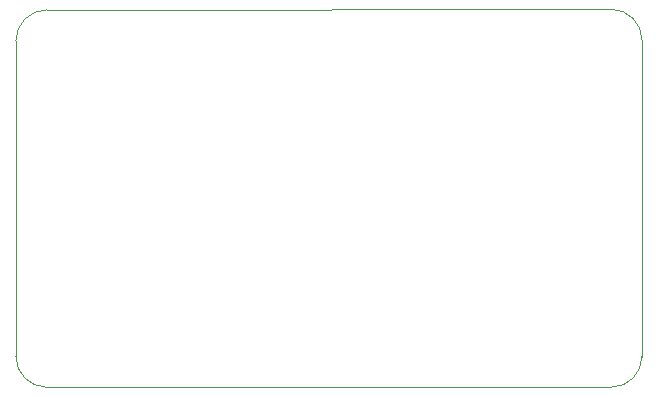
<source format=gbr>
%TF.GenerationSoftware,KiCad,Pcbnew,8.0.2-8.0.2-0~ubuntu22.04.1*%
%TF.CreationDate,2024-06-03T20:12:09+08:00*%
%TF.ProjectId,pcb-stm32,7063622d-7374-46d3-9332-2e6b69636164,rev?*%
%TF.SameCoordinates,Original*%
%TF.FileFunction,Profile,NP*%
%FSLAX46Y46*%
G04 Gerber Fmt 4.6, Leading zero omitted, Abs format (unit mm)*
G04 Created by KiCad (PCBNEW 8.0.2-8.0.2-0~ubuntu22.04.1) date 2024-06-03 20:12:09*
%MOMM*%
%LPD*%
G01*
G04 APERTURE LIST*
%TA.AperFunction,Profile*%
%ADD10C,0.050000*%
%TD*%
G04 APERTURE END LIST*
D10*
X158000000Y-72200000D02*
X158000000Y-99000000D01*
X155400000Y-69600000D02*
G75*
G02*
X158000000Y-72200000I0J-2600000D01*
G01*
X158000000Y-99000000D02*
G75*
G02*
X155400000Y-101600000I-2600000J0D01*
G01*
X155400000Y-101600000D02*
X107600000Y-101600000D01*
X105000000Y-72250000D02*
G75*
G02*
X107600000Y-69650000I2600000J0D01*
G01*
X105000000Y-99000000D02*
X105000000Y-72250000D01*
X107600000Y-69650000D02*
X155400000Y-69600000D01*
X107600000Y-101600000D02*
G75*
G02*
X105000000Y-99000000I0J2600000D01*
G01*
M02*

</source>
